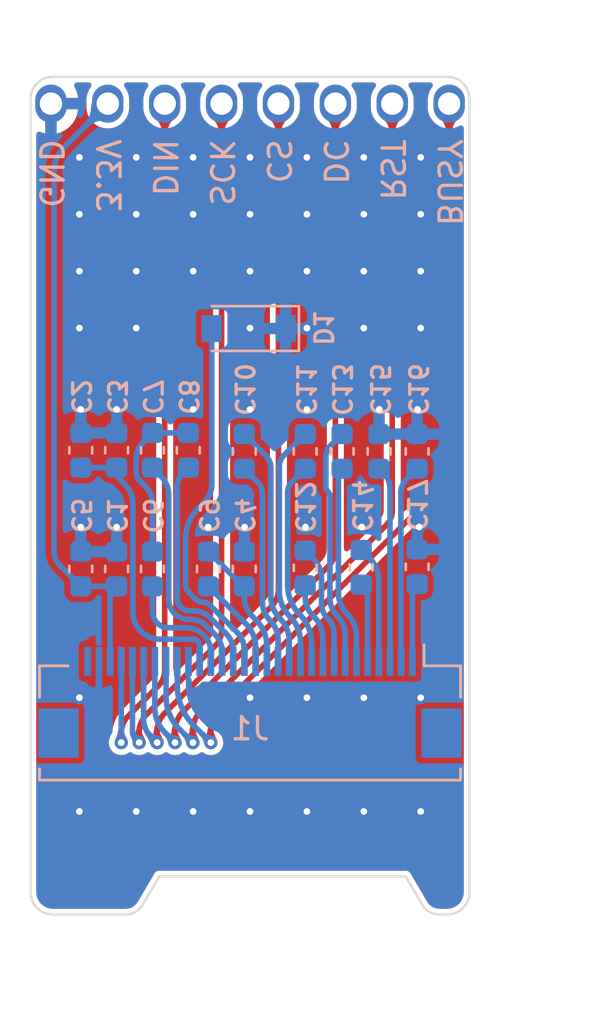
<source format=kicad_pcb>
(kicad_pcb (version 20211014) (generator pcbnew)
  (title_block (title "ALOIDIA Keyboard 1.02 inch e-Paper Display Module PCB") (comment 2 "Author: Vincent Nguyen"))
  (layers (0 "F.Cu" signal) (31 "B.Cu" signal) (34 "B.Paste" user) (35 "F.Paste" user) (36 "B.SilkS" user "B.Silkscreen") (37 "F.SilkS" user "F.Silkscreen") (38 "B.Mask" user) (39 "F.Mask" user) (44 "Edge.Cuts" user))
  (net 0 "")
  (net 1 "GND")
  (net 2 "+3.3V")
  (net 3 "DIN")
  (net 4 "SCK")
  (net 5 "CS")
  (net 6 "DC")
  (net 7 "RST")
  (net 8 "BUSY")
  (net 9 "/VDDD")
  (net 10 "/VGL")
  (net 11 "/VDL")
  (net 12 "/VDH")
  (net 13 "/VGH")
  (net 14 "/C6P")
  (net 15 "/C6N")
  (net 16 "/C5P")
  (net 17 "/C5N")
  (net 18 "/C4P")
  (net 19 "/C4N")
  (net 20 "/C3P")
  (net 21 "/C3N")
  (net 22 "/C2P")
  (net 23 "/C2N")
  (net 24 "/C1P")
  (net 25 "/C1N")
  (net 26 "/VCOML")
  (net 27 "/VCOMH")
  (net 28 "/VCOM")
  (net 29 "Net-(C6-Pad1)")
  (footprint "Capacitor_SMD:C_0603_1608Metric" (layer "B.Cu") (at 162.71232 90.999772 -90)
    (fp_text reference "C14")
    (fp_text value "2.2uF")
  )
  (footprint "Capacitor_SMD:C_0603_1608Metric" (layer "B.Cu") (at 157.49232 85.824772 -90)
    (fp_text reference "C10")
    (fp_text value "1uF")
  )
  (footprint "Diode_SMD:D_SOD-123" (layer "B.Cu") (at 157.6842 80.3402 180)
    (fp_text reference "D1")
    (fp_text value "SS0530_R1_00001")
  )
  (footprint "Capacitor_SMD:C_0603_1608Metric" (layer "B.Cu") (at 154.99232 85.774772 -90)
    (fp_text reference "C8")
    (fp_text value "1uF")
  )
  (footprint "Capacitor_SMD:C_0603_1608Metric" (layer "B.Cu") (at 161.86232 85.824772 90)
    (fp_text reference "C13")
    (fp_text value "1uF")
  )
  (footprint "Capacitor_SMD:C_0603_1608Metric" (layer "B.Cu") (at 151.79232 91.074772 90)
    (fp_text reference "C1")
    (fp_text value "0.1uF")
  )
  (footprint "Capacitor_SMD:C_0603_1608Metric" (layer "B.Cu") (at 155.89232 91.074772 -90)
    (fp_text reference "C9")
    (fp_text value "1uF")
  )
  (footprint "Capacitor_SMD:C_0603_1608Metric" (layer "B.Cu") (at 150.19232 91.074772 90)
    (fp_text reference "C5")
    (fp_text value "4.7uF")
  )
  (footprint "Capacitor_SMD:C_0603_1608Metric" (layer "B.Cu") (at 160.21232 91.024772 -90)
    (fp_text reference "C12")
    (fp_text value "1uF")
  )
  (footprint "Capacitor_SMD:C_0603_1608Metric" (layer "B.Cu") (at 153.39232 85.774772 -90)
    (fp_text reference "C7")
    (fp_text value "1uF")
  )
  (footprint "Capacitor_SMD:C_0603_1608Metric" (layer "B.Cu") (at 160.21232 85.824772 90)
    (fp_text reference "C11")
    (fp_text value "1uF")
  )
  (footprint "Capacitor_SMD:C_0603_1608Metric" (layer "B.Cu") (at 150.19232 85.775088 -90)
    (fp_text reference "C2")
    (fp_text value "0.1uF")
  )
  (footprint "Capacitor_SMD:C_0603_1608Metric" (layer "B.Cu") (at 151.79232 85.775088 -90)
    (fp_text reference "C3")
    (fp_text value "1uF")
  )
  (footprint "Capacitor_SMD:C_0603_1608Metric" (layer "B.Cu") (at 153.39232 91.074772 -90)
    (fp_text reference "C6")
    (fp_text value "1uF")
  )
  (footprint "Capacitor_SMD:C_0603_1608Metric" (layer "B.Cu") (at 157.49232 91.074772 -90)
    (fp_text reference "C4")
    (fp_text value "1uF")
  )
  (footprint "0_various:JUSHUO AFC24-S30FIC-00" (layer "B.Cu") (at 157.75 98.7 180)
    (fp_text reference "J1")
    (fp_text value "FH12-30S-0.5SH(55)")
  )
  (footprint "Capacitor_SMD:C_0603_1608Metric" (layer "B.Cu") (at 165.21232 85.824772 -90)
    (fp_text reference "C16")
    (fp_text value "2.2uF")
  )
  (footprint "Capacitor_SMD:C_0603_1608Metric" (layer "B.Cu") (at 165.21232 90.974772 -90)
    (fp_text reference "C17")
    (fp_text value "1uF")
  )
  (footprint "Capacitor_SMD:C_0603_1608Metric" (layer "B.Cu") (at 163.51232 85.824772 -90)
    (fp_text reference "C15")
    (fp_text value "1uF")
  )
  (footprint "Connector_PinHeader_2.54mm:PinHeader_1x08_P2.54mm_Vertical" (layer "B.Cu") (at 157.75 70.3 -90)
    (fp_text reference "J2" hide)
    (fp_text value "01x08 2.54mm Pin Headers ")
  )
  (gr_arc (start 166.2 106.5) (mid 165.768984 106.38636) (end 165.45 106.075) (layer "Edge.Cuts") (width 0.1))
  (gr_line (start 153.7 104.8) (end 152.95 106.075) (layer "Edge.Cuts") (width 0.1))
  (gr_arc (start 166.55 69.1) (mid 167.257107 69.392893) (end 167.55 70.1) (layer "Edge.Cuts") (width 0.1))
  (gr_arc (start 148.95 106.5) (mid 148.242893 106.207107) (end 147.95 105.5) (layer "Edge.Cuts") (width 0.1))
  (gr_line (start 167.55 70.1) (end 167.55 105.5) (layer "Edge.Cuts") (width 0.1))
  (gr_line (start 166.55 106.5) (end 166.2 106.5) (layer "Edge.Cuts") (width 0.1))
  (gr_line (start 148.95 106.5) (end 152.2 106.5) (layer "Edge.Cuts") (width 0.1))
  (gr_arc (start 152.95 106.075) (mid 152.631019 106.386353) (end 152.2 106.5) (layer "Edge.Cuts") (width 0.1))
  (gr_line (start 153.7 104.8) (end 164.7 104.8) (layer "Edge.Cuts") (width 0.1))
  (gr_arc (start 167.55 105.5) (mid 167.257107 106.207107) (end 166.55 106.5) (layer "Edge.Cuts") (width 0.1))
  (gr_line (start 148.95 69.1) (end 166.55 69.1) (layer "Edge.Cuts") (width 0.1))
  (gr_arc (start 147.95 70.1) (mid 148.242893 69.392893) (end 148.95 69.1) (layer "Edge.Cuts") (width 0.1))
  (gr_line (start 164.7 104.8) (end 165.45 106.075) (layer "Edge.Cuts") (width 0.1))
  (gr_line (start 147.95 105.5) (end 147.95 70.1) (layer "Edge.Cuts") (width 0.1))
  (gr_text "CS" (at 159.02 71.8 270) (layer "B.SilkS") (effects (font (size 1 1)) (justify right mirror)))
  (gr_text "GND" (at 148.86 71.8 270) (layer "B.SilkS") (effects (font (size 1 1)) (justify right mirror)))
  (gr_text "SCK" (at 156.48 71.8 270) (layer "B.SilkS") (effects (font (size 1 1)) (justify right mirror)))
  (gr_text "3.3V" (at 151.4 71.8 270) (layer "B.SilkS") (effects (font (size 1 1)) (justify right mirror)))
  (gr_text "DC" (at 161.56 71.8 270) (layer "B.SilkS") (effects (font (size 1 1)) (justify right mirror)))
  (gr_text "DIN" (at 153.94 71.8 270) (layer "B.SilkS") (effects (font (size 1 1)) (justify right mirror)))
  (gr_text "BUSY" (at 166.64 71.8 270) (layer "B.SilkS") (effects (font (size 1 1)) (justify right mirror)))
  (gr_text "RST" (at 164.1 71.8 270) (layer "B.SilkS") (effects (font (size 1 1)) (justify right mirror)))
  (via (at 162.83 77.78) (size 0.6) (drill 0.3) (layers "F.Cu" "B.Cu") (net 1))
  (via (at 162.83 75.24) (size 0.6) (drill 0.3) (layers "F.Cu" "B.Cu") (net 1))
  (via (at 165.37 77.78) (size 0.6) (drill 0.3) (layers "F.Cu" "B.Cu") (net 1))
  (via (at 150.13 72.7) (size 0.6) (drill 0.3) (layers "F.Cu" "B.Cu") (net 1))
  (via (at 165.37 72.7) (size 0.6) (drill 0.3) (layers "F.Cu" "B.Cu") (net 1))
  (via (at 162.7378 89.2) (size 0.6) (drill 0.3) (layers "F.Cu" "B.Cu") (net 1))
  (via (at 160.29 80.32) (size 0.6) (drill 0.3) (layers "F.Cu" "B.Cu") (net 1))
  (via (at 162.83 101.9) (size 0.6) (drill 0.3) (layers "F.Cu" "B.Cu") (net 1))
  (via (at 157.75 75.24) (size 0.6) (drill 0.3) (layers "F.Cu" "B.Cu") (net 1))
  (via (at 152.67 101.9) (size 0.6) (drill 0.3) (layers "F.Cu" "B.Cu") (net 1))
  (via (at 150.1902 89.2048) (size 0.6) (drill 0.3) (layers "F.Cu" "B.Cu") (net 1))
  (via (at 160.2232 89.2048) (size 0.6) (drill 0.3) (layers "F.Cu" "B.Cu") (net 1))
  (via (at 162.83 80.32) (size 0.6) (drill 0.3) (layers "F.Cu" "B.Cu") (net 1))
  (via (at 152.67 80.32) (size 0.6) (drill 0.3) (layers "F.Cu" "B.Cu") (net 1))
  (via (at 155.21 75.24) (size 0.6) (drill 0.3) (layers "F.Cu" "B.Cu") (net 1))
  (via (at 165.37 96.82) (size 0.6) (drill 0.3) (layers "F.Cu" "B.Cu") (net 1))
  (via (at 165.227 83.95) (size 0.6) (drill 0.3) (layers "F.Cu" "B.Cu") (net 1))
  (via (at 165.37 75.24) (size 0.6) (drill 0.3) (layers "F.Cu" "B.Cu") (net 1))
  (via (at 152.67 77.78) (size 0.6) (drill 0.3) (layers "F.Cu" "B.Cu") (net 1))
  (via (at 160.29 83.95) (size 0.6) (drill 0.3) (layers "F.Cu" "B.Cu") (net 1))
  (via (at 160.29 101.9) (size 0.6) (drill 0.3) (layers "F.Cu" "B.Cu") (net 1))
  (via (at 157.75 77.78) (size 0.6) (drill 0.3) (layers "F.Cu" "B.Cu") (net 1))
  (via (at 152.67 72.7) (size 0.6) (drill 0.3) (layers "F.Cu" "B.Cu") (net 1))
  (via (at 155.8798 89.2048) (size 0.6) (drill 0.3) (layers "F.Cu" "B.Cu") (net 1))
  (via (at 155.21 77.78) (size 0.6) (drill 0.3) (layers "F.Cu" "B.Cu") (net 1))
  (via (at 157.75 83.95) (size 0.6) (drill 0.3) (layers "F.Cu" "B.Cu") (net 1))
  (via (at 162.83 72.7) (size 0.6) (drill 0.3) (layers "F.Cu" "B.Cu") (net 1))
  (via (at 163.5252 83.947) (size 0.6) (drill 0.3) (layers "F.Cu" "B.Cu") (net 1))
  (via (at 155.21 72.7) (size 0.6) (drill 0.3) (layers "F.Cu" "B.Cu") (net 1))
  (via (at 150.1902 83.95) (size 0.6) (drill 0.3) (layers "F.Cu" "B.Cu") (net 1))
  (via (at 157.75 101.9) (size 0.6) (drill 0.3) (layers "F.Cu" "B.Cu") (net 1))
  (via (at 155.21 83.95) (size 0.6) (drill 0.3) (layers "F.Cu" "B.Cu") (net 1))
  (via (at 165.37 80.32) (size 0.6) (drill 0.3) (layers "F.Cu" "B.Cu") (net 1))
  (via (at 150.13 75.24) (size 0.6) (drill 0.3) (layers "F.Cu" "B.Cu") (net 1))
  (via (at 157.5054 89.2048) (size 0.6) (drill 0.3) (layers "F.Cu" "B.Cu") (net 1))
  (via (at 150.13 80.32) (size 0.6) (drill 0.3) (layers "F.Cu" "B.Cu") (net 1))
  (via (at 155.21 101.9) (size 0.6) (drill 0.3) (layers "F.Cu" "B.Cu") (net 1))
  (via (at 150.13 96.82) (size 0.6) (drill 0.3) (layers "F.Cu" "B.Cu") (net 1))
  (via (at 162.83 96.82) (size 0.6) (drill 0.3) (layers "F.Cu" "B.Cu") (net 1))
  (via (at 165.3032 89.2) (size 0.6) (drill 0.3) (layers "F.Cu" "B.Cu") (net 1))
  (via (at 160.29 75.24) (size 0.6) (drill 0.3) (layers "F.Cu" "B.Cu") (net 1))
  (via (at 151.7904 89.2048) (size 0.6) (drill 0.3) (layers "F.Cu" "B.Cu") (net 1))
  (via (at 157.75 96.82) (size 0.6) (drill 0.3) (layers "F.Cu" "B.Cu") (net 1))
  (via (at 152.67 75.24) (size 0.6) (drill 0.3) (layers "F.Cu" "B.Cu") (net 1))
  (via (at 150.13 101.9) (size 0.6) (drill 0.3) (layers "F.Cu" "B.Cu") (net 1))
  (via (at 160.29 96.82) (size 0.6) (drill 0.3) (layers "F.Cu" "B.Cu") (net 1))
  (via (at 151.7904 83.947) (size 0.6) (drill 0.3) (layers "F.Cu" "B.Cu") (net 1))
  (via (at 165.37 101.9) (size 0.6) (drill 0.3) (layers "F.Cu" "B.Cu") (net 1))
  (via (at 157.75 72.7) (size 0.6) (drill 0.3) (layers "F.Cu" "B.Cu") (net 1))
  (via (at 150.13 77.78) (size 0.6) (drill 0.3) (layers "F.Cu" "B.Cu") (net 1))
  (via (at 160.29 72.7) (size 0.6) (drill 0.3) (layers "F.Cu" "B.Cu") (net 1))
  (via (at 160.29 77.78) (size 0.6) (drill 0.3) (layers "F.Cu" "B.Cu") (net 1))
  (via (at 157.75 80.32) (size 0.6) (drill 0.3) (layers "F.Cu" "B.Cu") (net 1))
  (segment (start 155 96.0466) (end 155.0162 96.0628) (width 0.2) (layer "B.Cu") (net 1))
  (segment (start 155 95.2) (end 155 96.0466) (width 0.2) (layer "B.Cu") (net 1))
  (segment (start 151 95.2) (end 151 96.1614) (width 0.25) (layer "B.Cu") (net 1))
  (segment (start 149 90.283282) (end 149 73.279064) (width 0.25) (layer "B.Cu") (net 2))
  (segment (start 149.40946 72.29054) (end 151.4 70.3) (width 0.25) (layer "B.Cu") (net 2))
  (segment (start 151.585618 91.849772) (end 150.19232 91.849772) (width 0.25) (layer "B.Cu") (net 2))
  (segment (start 151.5 92.348793) (end 151.5 95.2) (width 0.25) (layer "B.Cu") (net 2))
  (segment (start 149.264578 90.92203) (end 150.19232 91.849772) (width 0.25) (layer "B.Cu") (net 2))
  (arc (start 151.64616 91.995932) (mid 151.664719 91.902625) (end 151.585618 91.849772) (width 0.25) (layer "B.Cu") (net 2))
  (arc (start 149 90.283282) (mid 149.068762 90.62897) (end 149.264578 90.92203) (width 0.25) (layer "B.Cu") (net 2))
  (arc (start 149.40946 72.29054) (mid 149.106415 72.744079) (end 149 73.279064) (width 0.25) (layer "B.Cu") (net 2))
  (arc (start 151.64616 91.995932) (mid 151.537985 92.157826) (end 151.5 92.348793) (width 0.25) (layer "B.Cu") (net 2))
  (segment (start 152 98.3875) (end 152 98.825) (width 0.25) (layer "F.Cu") (net 3))
  (segment (start 152.309359 97.64064) (end 153.650136 96.299864) (width 0.25) (layer "F.Cu") (net 3))
  (segment (start 153.94 95.600072) (end 153.94 70.3) (width 0.25) (layer "F.Cu") (net 3))
  (via (at 152 98.825) (size 0.6) (drill 0.3) (layers "F.Cu" "B.Cu") (net 3))
  (arc (start 153.94 95.600072) (mid 153.864667 95.978797) (end 153.650136 96.299864) (width 0.25) (layer "F.Cu") (net 3))
  (arc (start 152.309359 97.64064) (mid 152.080399 97.983302) (end 152 98.3875) (width 0.25) (layer "F.Cu") (net 3))
  (segment (start 152 98.825) (end 152 95.2) (width 0.25) (layer "B.Cu") (net 3))
  (segment (start 152.8 98.825) (end 152.8 98.3625) (width 0.25) (layer "F.Cu") (net 4))
  (segment (start 156.203627 94.49637) (end 153.127036 97.572963) (width 0.25) (layer "F.Cu") (net 4))
  (segment (start 156.48 93.829146) (end 156.48 70.3) (width 0.25) (layer "F.Cu") (net 4))
  (via (at 152.8 98.825) (size 0.6) (drill 0.3) (layers "F.Cu" "B.Cu") (net 4))
  (arc (start 156.48 93.829146) (mid 156.408173 94.190245) (end 156.203627 94.49637) (width 0.25) (layer "F.Cu") (net 4))
  (arc (start 153.127036 97.572963) (mid 152.884993 97.935205) (end 152.8 98.3625) (width 0.25) (layer "F.Cu") (net 4))
  (segment (start 152.5 98.312867) (end 152.5 95.2) (width 0.25) (layer "B.Cu") (net 4))
  (segment (start 152.65 98.675) (end 152.8 98.825) (width 0.25) (layer "B.Cu") (net 4))
  (arc (start 152.5 98.312867) (mid 152.538983 98.508852) (end 152.65 98.675) (width 0.25) (layer "B.Cu") (net 4))
  (segment (start 153.6 98.825) (end 153.6 98.3375) (width 0.25) (layer "F.Cu") (net 5))
  (segment (start 159.02 91.96487) (end 159.02 70.3) (width 0.25) (layer "F.Cu") (net 5))
  (segment (start 158.691104 92.758895) (end 153.944714 97.505285) (width 0.25) (layer "F.Cu") (net 5))
  (via (at 153.6 98.825) (size 0.6) (drill 0.3) (layers "F.Cu" "B.Cu") (net 5))
  (arc (start 159.02 91.96487) (mid 158.934523 92.394593) (end 158.691104 92.758895) (width 0.25) (layer "F.Cu") (net 5))
  (arc (start 153.944714 97.505285) (mid 153.689588 97.887108) (end 153.6 98.3375) (width 0.25) (layer "F.Cu") (net 5))
  (segment (start 153 97.800735) (end 153 95.2) (width 0.25) (layer "B.Cu") (net 5))
  (segment (start 153.6 98.825) (end 153.3 98.525) (width 0.25) (layer "B.Cu") (net 5))
  (arc (start 153 97.800735) (mid 153.077967 98.192704) (end 153.3 98.525) (width 0.25) (layer "B.Cu") (net 5))
  (segment (start 154.762392 97.437607) (end 161.237036 90.962963) (width 0.25) (layer "F.Cu") (net 6))
  (segment (start 154.4 98.3125) (end 154.4 98.825) (width 0.25) (layer "F.Cu") (net 6))
  (segment (start 161.56 90.183259) (end 161.56 70.3) (width 0.25) (layer "F.Cu") (net 6))
  (via (at 154.4 98.825) (size 0.6) (drill 0.3) (layers "F.Cu" "B.Cu") (net 6))
  (arc (start 154.762392 97.437607) (mid 154.494182 97.839011) (end 154.4 98.3125) (width 0.25) (layer "F.Cu") (net 6))
  (arc (start 161.56 90.183259) (mid 161.476064 90.605232) (end 161.237036 90.962963) (width 0.25) (layer "F.Cu") (net 6))
  (segment (start 153.95 98.375) (end 154.4 98.825) (width 0.25) (layer "B.Cu") (net 6))
  (segment (start 153.5 97.288603) (end 153.5 95.2) (width 0.25) (layer "B.Cu") (net 6))
  (arc (start 153.5 97.288603) (mid 153.616951 97.876556) (end 153.95 98.375) (width 0.25) (layer "B.Cu") (net 6))
  (segment (start 155.580069 97.36993) (end 163.821141 89.128858) (width 0.25) (layer "F.Cu") (net 7))
  (segment (start 164.1 88.455633) (end 164.1 70.3) (width 0.25) (layer "F.Cu") (net 7))
  (segment (start 155.2 98.825) (end 155.2 98.2875) (width 0.25) (layer "F.Cu") (net 7))
  (via (at 155.2 98.825) (size 0.6) (drill 0.3) (layers "F.Cu" "B.Cu") (net 7))
  (arc (start 155.580069 97.36993) (mid 155.298776 97.790914) (end 155.2 98.2875) (width 0.25) (layer "F.Cu") (net 7))
  (arc (start 164.1 88.455633) (mid 164.027527 88.81998) (end 163.821141 89.128858) (width 0.25) (layer "F.Cu") (net 7))
  (segment (start 155.2 98.825) (end 154.6 98.225) (width 0.25) (layer "B.Cu") (net 7))
  (segment (start 154 96.776471) (end 154 95.2) (width 0.25) (layer "B.Cu") (net 7))
  (arc (start 154 96.776471) (mid 154.155934 97.560409) (end 154.6 98.225) (width 0.25) (layer "B.Cu") (net 7))
  (segment (start 156 98.825) (end 156 98.2625) (width 0.25) (layer "F.Cu") (net 8))
  (segment (start 166.336291 87.363708) (end 156.397747 97.302252) (width 0.25) (layer "F.Cu") (net 8))
  (segment (start 166.64 86.630489) (end 166.64 70.3) (width 0.25) (layer "F.Cu") (net 8))
  (via (at 156 98.825) (size 0.6) (drill 0.3) (layers "F.Cu" "B.Cu") (net 8))
  (arc (start 156.397747 97.302252) (mid 156.103371 97.742817) (end 156 98.2625) (width 0.25) (layer "F.Cu") (net 8))
  (arc (start 166.64 86.630489) (mid 166.561069 87.027304) (end 166.336291 87.363708) (width 0.25) (layer "F.Cu") (net 8))
  (segment (start 154.5 96.264339) (end 154.5 95.2) (width 0.25) (layer "B.Cu") (net 8))
  (segment (start 155.25 98.075) (end 156 98.825) (width 0.25) (layer "B.Cu") (net 8))
  (arc (start 154.5 96.264339) (mid 154.694918 97.244261) (end 155.25 98.075) (width 0.25) (layer "B.Cu") (net 8))
  (segment (start 153.72595 94.2086) (end 155.20846 94.2086) (width 0.25) (layer "B.Cu") (net 9))
  (segment (start 155.5 94.500139) (end 155.5 95.2) (width 0.25) (layer "B.Cu") (net 9))
  (segment (start 151.604978 86.550088) (end 150.19232 86.550088) (width 0.25) (layer "B.Cu") (net 9))
  (segment (start 152.51932 88.165838) (end 152.51932 93.001969) (width 0.25) (layer "B.Cu") (net 9))
  (segment (start 152.15582 87.288272) (end 151.92479 87.057242) (width 0.25) (layer "B.Cu") (net 9))
  (arc (start 155.41461 94.29399) (mid 155.320027 94.230792) (end 155.20846 94.2086) (width 0.25) (layer "B.Cu") (net 9))
  (arc (start 151.79232 86.73743) (mid 151.737448 86.604959) (end 151.604978 86.550088) (width 0.25) (layer "B.Cu") (net 9))
  (arc (start 152.872734 93.855186) (mid 153.264193 94.11675) (end 153.72595 94.2086) (width 0.25) (layer "B.Cu") (net 9))
  (arc (start 151.79232 86.73743) (mid 151.826747 86.910511) (end 151.92479 87.057242) (width 0.25) (layer "B.Cu") (net 9))
  (arc (start 152.15582 87.288272) (mid 152.424849 87.690902) (end 152.51932 88.165838) (width 0.25) (layer "B.Cu") (net 9))
  (arc (start 155.41461 94.29399) (mid 155.477807 94.388572) (end 155.5 94.500139) (width 0.25) (layer "B.Cu") (net 9))
  (arc (start 152.51932 93.001969) (mid 152.611169 93.463726) (end 152.872734 93.855186) (width 0.25) (layer "B.Cu") (net 9))
  (segment (start 157.15792 93.890372) (end 155.951754 92.684206) (width 0.25) (layer "B.Cu") (net 10))
  (segment (start 155.035469 92.142501) (end 155.312305 92.419337) (width 0.25) (layer "B.Cu") (net 10))
  (segment (start 154.87332 91.751038) (end 154.87332 89.751379) (width 0.25) (layer "B.Cu") (net 10))
  (segment (start 156.04232 87.292053) (end 156.04232 80.574772) (width 0.25) (layer "B.Cu") (net 10))
  (segment (start 155.45782 88.340272) (end 155.714441 88.083642) (width 0.25) (layer "B.Cu") (net 10))
  (segment (start 157.5 94.716226) (end 157.5 95.2) (width 0.25) (layer "B.Cu") (net 10))
  (arc (start 155.951754 92.684206) (mid 155.805063 92.58619) (end 155.63203 92.551772) (width 0.25) (layer "B.Cu") (net 10))
  (arc (start 157.15792 93.890372) (mid 157.411096 94.269277) (end 157.5 94.716226) (width 0.25) (layer "B.Cu") (net 10))
  (arc (start 155.312305 92.419337) (mid 155.458996 92.517353) (end 155.63203 92.551772) (width 0.25) (layer "B.Cu") (net 10))
  (arc (start 154.87332 91.751038) (mid 154.915461 91.962896) (end 155.035469 92.142501) (width 0.25) (layer "B.Cu") (net 10))
  (arc (start 155.45782 88.340272) (mid 155.025226 88.987693) (end 154.87332 89.751379) (width 0.25) (layer "B.Cu") (net 10))
  (arc (start 156.04232 87.292053) (mid 155.957107 87.720456) (end 155.714441 88.083642) (width 0.25) (layer "B.Cu") (net 10))
  (segment (start 154.893026 93.697772) (end 154.114426 93.697772) (width 0.25) (layer "B.Cu") (net 11))
  (segment (start 156 94.773111) (end 156 95.2) (width 0.25) (layer "B.Cu") (net 11))
  (segment (start 153.39232 92.975665) (end 153.39232 91.849772) (width 0.25) (layer "B.Cu") (net 11))
  (segment (start 155.698143 94.044365) (end 155.675775 94.021997) (width 0.25) (layer "B.Cu") (net 11))
  (arc (start 153.60382 93.486272) (mid 153.838088 93.642804) (end 154.114426 93.697772) (width 0.25) (layer "B.Cu") (net 11))
  (arc (start 155.698143 94.044365) (mid 155.921549 94.378716) (end 156 94.773111) (width 0.25) (layer "B.Cu") (net 11))
  (arc (start 153.39232 92.975665) (mid 153.447287 93.252003) (end 153.60382 93.486272) (width 0.25) (layer "B.Cu") (net 11))
  (arc (start 155.675775 94.021997) (mid 155.316646 93.782035) (end 154.893026 93.697772) (width 0.25) (layer "B.Cu") (net 11))
  (segment (start 156.5 94.756532) (end 156.5 95.2) (width 0.25) (layer "B.Cu") (net 12))
  (segment (start 154.11932 92.434783) (end 154.11932 87.790838) (width 0.25) (layer "B.Cu") (net 12))
  (segment (start 153.75582 86.913272) (end 153.39232 86.549772) (width 0.25) (layer "B.Cu") (net 12))
  (segment (start 155.005308 93.320772) (end 155.073014 93.320772) (width 0.25) (layer "B.Cu") (net 12))
  (segment (start 156.18642 93.999484) (end 155.815084 93.628147) (width 0.25) (layer "B.Cu") (net 12))
  (arc (start 156.18642 93.999484) (mid 156.418503 94.34682) (end 156.5 94.756532) (width 0.25) (layer "B.Cu") (net 12))
  (arc (start 155.815084 93.628147) (mid 155.474619 93.400656) (end 155.073014 93.320772) (width 0.25) (layer "B.Cu") (net 12))
  (arc (start 154.37882 93.061272) (mid 154.666255 93.25333) (end 155.005308 93.320772) (width 0.25) (layer "B.Cu") (net 12))
  (arc (start 154.11932 92.434783) (mid 154.186761 92.773836) (end 154.37882 93.061272) (width 0.25) (layer "B.Cu") (net 12))
  (arc (start 153.75582 86.913272) (mid 154.024849 87.315902) (end 154.11932 87.790838) (width 0.25) (layer "B.Cu") (net 12))
  (segment (start 154.49632 87.396496) (end 154.49632 92.406033) (width 0.25) (layer "B.Cu") (net 13))
  (segment (start 154.74432 86.797772) (end 154.99232 86.549772) (width 0.25) (layer "B.Cu") (net 13))
  (segment (start 155.237594 92.943772) (end 155.034058 92.943772) (width 0.25) (layer "B.Cu") (net 13))
  (segment (start 157 94.739953) (end 157 95.2) (width 0.25) (layer "B.Cu") (net 13))
  (segment (start 156.674697 93.954603) (end 155.965289 93.245193) (width 0.25) (layer "B.Cu") (net 13))
  (arc (start 155.965289 93.245193) (mid 155.631419 93.022108) (end 155.237594 92.943772) (width 0.25) (layer "B.Cu") (net 13))
  (arc (start 154.65382 92.786272) (mid 154.828274 92.902839) (end 155.034058 92.943772) (width 0.25) (layer "B.Cu") (net 13))
  (arc (start 156.674697 93.954603) (mid 156.915456 94.314924) (end 157 94.739953) (width 0.25) (layer "B.Cu") (net 13))
  (arc (start 154.74432 86.797772) (mid 154.560773 87.072469) (end 154.49632 87.396496) (width 0.25) (layer "B.Cu") (net 13))
  (arc (start 154.49632 92.406033) (mid 154.537252 92.611816) (end 154.65382 92.786272) (width 0.25) (layer "B.Cu") (net 13))
  (segment (start 158.5 94.516226) (end 158.5 95.2) (width 0.25) (layer "B.Cu") (net 14))
  (segment (start 157.49232 91.874772) (end 157.49232 92.337272) (width 0.25) (layer "B.Cu") (net 14))
  (segment (start 157.424642 91.832094) (end 155.89232 90.299772) (width 0.25) (layer "B.Cu") (net 14))
  (segment (start 158.016498 93.34895) (end 157.837034 93.169486) (width 0.25) (layer "B.Cu") (net 14))
  (arc (start 157.49232 92.337272) (mid 157.581908 92.787663) (end 157.837034 93.169486) (width 0.25) (layer "B.Cu") (net 14))
  (arc (start 158.016498 93.34895) (mid 158.374341 93.8845) (end 158.5 94.516226) (width 0.25) (layer "B.Cu") (net 14))
  (arc (start 157.424642 91.832094) (mid 157.444222 91.845177) (end 157.46732 91.849772) (width 0.25) (layer "B.Cu") (net 14))
  (arc (start 157.49232 91.874772) (mid 157.484997 91.857094) (end 157.46732 91.849772) (width 0.25) (layer "B.Cu") (net 14))
  (segment (start 158 94.578726) (end 158 95.2) (width 0.25) (layer "B.Cu") (net 15))
  (segment (start 157.560692 93.518144) (end 155.89232 91.849772) (width 0.25) (layer "B.Cu") (net 15))
  (arc (start 157.560692 93.518144) (mid 157.885827 94.004743) (end 158 94.578726) (width 0.25) (layer "B.Cu") (net 15))
  (segment (start 158.441591 85.999043) (end 157.49232 85.049772) (width 0.25) (layer "B.Cu") (net 16))
  (segment (start 158.679 92.297759) (end 158.679 86.572199) (width 0.25) (layer "B.Cu") (net 16))
  (segment (start 159.5 94.279828) (end 159.5 95.2) (width 0.25) (layer "B.Cu") (net 16))
  (arc (start 158.441591 85.999043) (mid 158.617299 86.262009) (end 158.679 86.572199) (width 0.25) (layer "B.Cu") (net 16))
  (arc (start 159.0895 93.288794) (mid 159.393314 93.743484) (end 159.5 94.279828) (width 0.25) (layer "B.Cu") (net 16))
  (arc (start 158.679 92.297759) (mid 158.785685 92.834103) (end 159.0895 93.288794) (width 0.25) (layer "B.Cu") (net 16))
  (segment (start 158.302 87.71195) (end 158.302 92.540891) (width 0.25) (layer "B.Cu") (net 17))
  (segment (start 159 94.226012) (end 159 95.2) (width 0.25) (layer "B.Cu") (net 17))
  (segment (start 158.088102 87.195554) (end 157.49232 86.599772) (width 0.25) (layer "B.Cu") (net 17))
  (arc (start 158.088102 87.195554) (mid 158.24641 87.432478) (end 158.302 87.71195) (width 0.25) (layer "B.Cu") (net 17))
  (arc (start 158.302 92.540891) (mid 158.392702 92.996881) (end 158.651 93.383452) (width 0.25) (layer "B.Cu") (net 17))
  (arc (start 158.651 93.383452) (mid 158.909297 93.770021) (end 159 94.226012) (width 0.25) (layer "B.Cu") (net 17))
  (segment (start 159.433 87.636968) (end 159.433 91.811495) (width 0.25) (layer "B.Cu") (net 18))
  (segment (start 160.5 94.38746) (end 160.5 95.2) (width 0.25) (layer "B.Cu") (net 18))
  (segment (start 159.615346 87.196746) (end 160.21232 86.599772) (width 0.25) (layer "B.Cu") (net 18))
  (arc (start 159.9665 93.099478) (mid 160.361347 93.690409) (end 160.5 94.38746) (width 0.25) (layer "B.Cu") (net 18))
  (arc (start 159.615346 87.196746) (mid 159.48039 87.398722) (end 159.433 87.636968) (width 0.25) (layer "B.Cu") (net 18))
  (arc (start 159.433 91.811495) (mid 159.571652 92.508546) (end 159.9665 93.099478) (width 0.25) (layer "B.Cu") (net 18))
  (segment (start 160 94.333644) (end 160 95.2) (width 0.25) (layer "B.Cu") (net 19))
  (segment (start 159.056 92.054627) (end 159.056 86.511479) (width 0.25) (layer "B.Cu") (net 19))
  (segment (start 159.271941 85.990151) (end 160.21232 85.049772) (width 0.25) (layer "B.Cu") (net 19))
  (arc (start 159.271941 85.990151) (mid 159.112121 86.229338) (end 159.056 86.511479) (width 0.25) (layer "B.Cu") (net 19))
  (arc (start 159.056 92.054627) (mid 159.178668 92.671324) (end 159.528 93.194136) (width 0.25) (layer "B.Cu") (net 19))
  (arc (start 159.528 93.194136) (mid 159.877331 93.716946) (end 160 94.333644) (width 0.25) (layer "B.Cu") (net 19))
  (segment (start 161.5 93.961001) (end 161.5 95.2) (width 0.25) (layer "B.Cu") (net 20))
  (segment (start 160.94232 92.614642) (end 160.94232 91.495959) (width 0.25) (layer "B.Cu") (net 20))
  (segment (start 160.57732 90.614772) (end 160.21232 90.249772) (width 0.25) (layer "B.Cu") (net 20))
  (arc (start 160.57732 90.614772) (mid 160.847459 91.019064) (end 160.94232 91.495959) (width 0.25) (layer "B.Cu") (net 20))
  (arc (start 160.94232 92.614642) (mid 161.014788 92.978964) (end 161.22116 93.287822) (width 0.25) (layer "B.Cu") (net 20))
  (arc (start 161.22116 93.287822) (mid 161.427531 93.596679) (end 161.5 93.961001) (width 0.25) (layer "B.Cu") (net 20))
  (segment (start 160.570246 93.170066) (end 160.60616 93.20598) (width 0.25) (layer "B.Cu") (net 21))
  (segment (start 161 94.156793) (end 161 95.2) (width 0.25) (layer "B.Cu") (net 21))
  (segment (start 160.21232 92.305956) (end 160.21232 91.799772) (width 0.25) (layer "B.Cu") (net 21))
  (arc (start 160.60616 93.20598) (mid 160.897644 93.642216) (end 161 94.156793) (width 0.25) (layer "B.Cu") (net 21))
  (arc (start 160.21232 92.305956) (mid 160.305341 92.773609) (end 160.570246 93.170066) (width 0.25) (layer "B.Cu") (net 21))
  (segment (start 161.77932 86.682772) (end 161.86232 86.599772) (width 0.25) (layer "B.Cu") (net 22))
  (segment (start 161.69632 86.883151) (end 161.69632 92.127326) (width 0.25) (layer "B.Cu") (net 22))
  (segment (start 162.5 94.067581) (end 162.5 95.2) (width 0.25) (layer "B.Cu") (net 22))
  (arc (start 161.69632 92.127326) (mid 161.800754 92.652355) (end 162.09816 93.097454) (width 0.25) (layer "B.Cu") (net 22))
  (arc (start 161.77932 86.682772) (mid 161.71789 86.774706) (end 161.69632 86.883151) (width 0.25) (layer "B.Cu") (net 22))
  (arc (start 162.09816 93.097454) (mid 162.395565 93.542552) (end 162.5 94.067581) (width 0.25) (layer "B.Cu") (net 22))
  (segment (start 161.13532 86.070994) (end 161.13532 87.392244) (width 0.25) (layer "B.Cu") (net 23))
  (segment (start 161.31932 92.370458) (end 161.31932 87.836459) (width 0.25) (layer "B.Cu") (net 23))
  (segment (start 162 94.013765) (end 162 95.2) (width 0.25) (layer "B.Cu") (net 23))
  (segment (start 161.343366 85.568726) (end 161.86232 85.049772) (width 0.25) (layer "B.Cu") (net 23))
  (arc (start 161.65966 93.192112) (mid 161.911548 93.569089) (end 162 94.013765) (width 0.25) (layer "B.Cu") (net 23))
  (arc (start 161.343366 85.568726) (mid 161.189389 85.799169) (end 161.13532 86.070994) (width 0.25) (layer "B.Cu") (net 23))
  (arc (start 161.22732 87.614352) (mid 161.295409 87.716255) (end 161.31932 87.836459) (width 0.25) (layer "B.Cu") (net 23))
  (arc (start 161.13532 87.392244) (mid 161.15923 87.512448) (end 161.22732 87.614352) (width 0.25) (layer "B.Cu") (net 23))
  (arc (start 161.31932 92.370458) (mid 161.407771 92.815134) (end 161.65966 93.192112) (width 0.25) (layer "B.Cu") (net 23))
  (segment (start 163.10616 90.618612) (end 162.71232 90.224772) (width 0.25) (layer "B.Cu") (net 24))
  (segment (start 163.5 91.569425) (end 163.5 95.2) (width 0.25) (layer "B.Cu") (net 24))
  (arc (start 163.10616 90.618612) (mid 163.397644 91.054848) (end 163.5 91.569425) (width 0.25) (layer "B.Cu") (net 24))
  (segment (start 163 92.062452) (end 162.71232 91.774772) (width 0.25) (layer "B.Cu") (net 25))
  (segment (start 163 95.2) (end 163 92.062452) (width 0.25) (layer "B.Cu") (net 25))
  (segment (start 163.72475 86.812202) (end 163.51232 86.599772) (width 0.25) (layer "B.Cu") (net 26))
  (segment (start 164 87.476714) (end 164 95.2) (width 0.25) (layer "B.Cu") (net 26))
  (arc (start 163.72475 86.812202) (mid 163.928465 87.117083) (end 164 87.476714) (width 0.25) (layer "B.Cu") (net 26))
  (segment (start 164.722975 87.089117) (end 165.21232 86.599772) (width 0.25) (layer "B.Cu") (net 27))
  (segment (start 164.49266 95.19266) (end 164.5 95.2) (width 0.25) (layer "B.Cu") (net 27))
  (segment (start 164.48532 87.662867) (end 164.48532 95.174939) (width 0.25) (layer "B.Cu") (net 27))
  (arc (start 164.48532 95.174939) (mid 164.487227 95.184529) (end 164.49266 95.19266) (width 0.25) (layer "B.Cu") (net 27))
  (arc (start 164.722975 87.089117) (mid 164.547085 87.352356) (end 164.48532 87.662867) (width 0.25) (layer "B.Cu") (net 27))
  (segment (start 165 92.112224) (end 165 95.2) (width 0.25) (layer "B.Cu") (net 28))
  (segment (start 165.10616 91.855932) (end 165.21232 91.749772) (width 0.25) (layer "B.Cu") (net 28))
  (arc (start 165.10616 91.855932) (mid 165.02759 91.973519) (end 165 92.112224) (width 0.25) (layer "B.Cu") (net 28))
  (segment (start 153.085864 87.392898) (end 152.794403 87.101428) (width 0.25) (layer "B.Cu") (net 29))
  (segment (start 153.02882 85.363272) (end 152.990357 85.401737) (width 0.25) (layer "B.Cu") (net 29))
  (segment (start 152.66532 86.789787) (end 152.66532 86.186478) (width 0.25) (layer "B.Cu") (net 29))
  (segment (start 153.39232 88.132763) (end 153.39232 90.299772) (width 0.25) (layer "B.Cu") (net 29))
  (segment (start 153.906386 84.999772) (end 154.99232 84.999772) (width 0.25) (layer "B.Cu") (net 29))
  (arc (start 153.085864 87.392898) (mid 153.312675 87.732352) (end 153.39232 88.132763) (width 0.25) (layer "B.Cu") (net 29))
  (arc (start 153.906386 84.999772) (mid 153.43145 85.094242) (end 153.02882 85.363272) (width 0.25) (layer "B.Cu") (net 29))
  (arc (start 152.990357 85.401737) (mid 152.749794 85.761782) (end 152.66532 86.186478) (width 0.25) (layer "B.Cu") (net 29))
  (arc (start 152.66532 86.789787) (mid 152.698868 86.958445) (end 152.794403 87.101428) (width 0.25) (layer "B.Cu") (net 29))
  (zone (net 4) (net_name "SCK") (layer "F.Cu") (priority 16962) (connect_pads yes (clearance 0)) (min_thickness 0.0254) (fill yes (thermal_gap 0.508) (thermal_bridge_width 0.508))
    (polygon (pts (xy 152.719551 98.032915) (xy 152.695409 98.125093) (xy 152.676701 98.204414) (xy 152.66182 98.27353) (xy 152.649161 98.335091) (xy 152.637121 98.391747) (xy 152.624092 98.446149) (xy 152.608471 98.500948) (xy 152.588652 98.558795) (xy 152.56303 98.62234) (xy 152.53 98.694234) (xy 152.8 98.975) (xy 153.07 98.694234) (xy 153.038223 98.630639) (xy 153.008964 98.57374) (xy 152.983015 98.521369) (xy 152.961168 98.471355) (xy 152.944216 98.421528) (xy 152.932949 98.36972) (xy 152.92816 98.31376) (xy 152.930641 98.251479) (xy 152.941184 98.180708) (xy 152.960581 98.099277)))
  )
  (zone (net 4) (net_name "SCK") (layer "F.Cu") (priority 16962) (connect_pads yes (clearance 0)) (min_thickness 0.0254) (fill yes (thermal_gap 0.508) (thermal_bridge_width 0.508))
    (polygon (pts (xy 156.605 71.69) (xy 156.612955 71.526999) (xy 156.63553 71.392816) (xy 156.670788 71.281189) (xy 156.716792 71.185851) (xy 156.771604 71.10054) (xy 156.833288 71.01899) (xy 156.899907 70.934937) (xy 156.969523 70.842118) (xy 157.040199 70.734267) (xy 157.11 70.605122) (xy 156.48 69.95) (xy 155.85 70.605122) (xy 155.9198 70.734267) (xy 155.990476 70.842118) (xy 156.060092 70.934937) (xy 156.126711 71.01899) (xy 156.188395 71.10054) (xy 156.243207 71.185851) (xy 156.289211 71.281189) (xy 156.324469 71.392816) (xy 156.347044 71.526999) (xy 156.355 71.69)))
  )
  (zone (net 6) (net_name "DC") (layer "F.Cu") (priority 16962) (connect_pads yes (clearance 0)) (min_thickness 0.0254) (fill yes (thermal_gap 0.508) (thermal_bridge_width 0.508))
    (polygon (pts (xy 161.685 71.69) (xy 161.692955 71.526999) (xy 161.71553 71.392816) (xy 161.750788 71.281189) (xy 161.796792 71.185851) (xy 161.851604 71.10054) (xy 161.913288 71.01899) (xy 161.979907 70.934937) (xy 162.049523 70.842118) (xy 162.120199 70.734267) (xy 162.19 70.605122) (xy 161.56 69.95) (xy 160.93 70.605122) (xy 160.9998 70.734267) (xy 161.070476 70.842118) (xy 161.140092 70.934937) (xy 161.206711 71.01899) (xy 161.268395 71.10054) (xy 161.323207 71.185851) (xy 161.369211 71.281189) (xy 161.404469 71.392816) (xy 161.427044 71.526999) (xy 161.435 71.69)))
  )
  (zone (net 5) (net_name "CS") (layer "F.Cu") (priority 16962) (connect_pads yes (clearance 0)) (min_thickness 0.0254) (fill yes (thermal_gap 0.508) (thermal_bridge_width 0.508))
    (polygon (pts (xy 159.145 71.69) (xy 159.152955 71.526999) (xy 159.17553 71.392816) (xy 159.210788 71.281189) (xy 159.256792 71.185851) (xy 159.311604 71.10054) (xy 159.373288 71.01899) (xy 159.439907 70.934937) (xy 159.509523 70.842118) (xy 159.580199 70.734267) (xy 159.65 70.605122) (xy 159.02 69.95) (xy 158.39 70.605122) (xy 158.4598 70.734267) (xy 158.530476 70.842118) (xy 158.600092 70.934937) (xy 158.666711 71.01899) (xy 158.728395 71.10054) (xy 158.783207 71.185851) (xy 158.829211 71.281189) (xy 158.864469 71.392816) (xy 158.887044 71.526999) (xy 158.895 71.69)))
  )
  (zone (net 8) (net_name "BUSY") (layer "F.Cu") (priority 16962) (connect_pads yes (clearance 0)) (min_thickness 0.0254) (fill yes (thermal_gap 0.508) (thermal_bridge_width 0.508))
    (polygon (pts (xy 155.911041 97.937544) (xy 155.889051 98.043133) (xy 155.872967 98.134144) (xy 155.860898 98.21355) (xy 155.850953 98.284323) (xy 155.841242 98.349439) (xy 155.829872 98.411871) (xy 155.814954 98.474593) (xy 155.794597 98.540578) (xy 155.766909 98.6128) (xy 155.73 98.694234) (xy 156 98.975) (xy 156.27 98.694234) (xy 156.233463 98.619504) (xy 156.201233 98.552708) (xy 156.17378 98.491248) (xy 156.151577 98.432528) (xy 156.135093 98.37395) (xy 156.124801 98.312919) (xy 156.12117 98.246837) (xy 156.124673 98.173108) (xy 156.135781 98.089136) (xy 156.154965 97.992324)))
  )
  (zone (net 7) (net_name "RST") (layer "F.Cu") (priority 16962) (connect_pads yes (clearance 0)) (min_thickness 0.0254) (fill yes (thermal_gap 0.508) (thermal_bridge_width 0.508))
    (polygon (pts (xy 155.112838 97.961523) (xy 155.090376 98.063749) (xy 155.07369 98.15183) (xy 155.060963 98.228657) (xy 155.050377 98.297122) (xy 155.040112 98.360116) (xy 155.028353 98.420532) (xy 155.01328 98.48126) (xy 154.993075 98.545191) (xy 154.965921 98.615219) (xy 154.93 98.694234) (xy 155.2 98.975) (xy 155.47 98.694234) (xy 155.434637 98.622263) (xy 155.403133 98.557923) (xy 155.376037 98.498721) (xy 155.353903 98.442164) (xy 155.337281 98.38576) (xy 155.326725 98.327018) (xy 155.322785 98.263443) (xy 155.326014 98.192545) (xy 155.336963 98.11183) (xy 155.356186 98.018807)))
  )
  (zone (net 1) (net_name "GND") (layers F&B.Cu) (connect_pads (clearance 0.254)) (min_thickness 0.254) (fill yes (thermal_gap 0.508) (thermal_bridge_width 0.508))
    (polygon (pts (xy 167.75 106.7) (xy 147.75 106.7) (xy 147.75 67.7) (xy 167.75 67.7)))
  )
  (zone (net 8) (net_name "BUSY") (layer "F.Cu") (priority 16962) (connect_pads yes (clearance 0)) (min_thickness 0.0254) (fill yes (thermal_gap 0.508) (thermal_bridge_width 0.508))
    (polygon (pts (xy 166.765 71.69) (xy 166.772955 71.526999) (xy 166.79553 71.392816) (xy 166.830788 71.281189) (xy 166.876792 71.185851) (xy 166.931604 71.10054) (xy 166.993288 71.01899) (xy 167.059907 70.934937) (xy 167.129523 70.842118) (xy 167.200199 70.734267) (xy 167.27 70.605122) (xy 166.64 69.95) (xy 166.01 70.605122) (xy 166.0798 70.734267) (xy 166.150476 70.842118) (xy 166.220092 70.934937) (xy 166.286711 71.01899) (xy 166.348395 71.10054) (xy 166.403207 71.185851) (xy 166.449211 71.281189) (xy 166.484469 71.392816) (xy 166.507044 71.526999) (xy 166.515 71.69)))
  )
  (zone (net 7) (net_name "RST") (layer "F.Cu") (priority 16962) (connect_pads yes (clearance 0)) (min_thickness 0.0254) (fill yes (thermal_gap 0.508) (thermal_bridge_width 0.508))
    (polygon (pts (xy 164.225 71.69) (xy 164.232955 71.526999) (xy 164.25553 71.392816) (xy 164.290788 71.281189) (xy 164.336792 71.185851) (xy 164.391604 71.10054) (xy 164.453288 71.01899) (xy 164.519907 70.934937) (xy 164.589523 70.842118) (xy 164.660199 70.734267) (xy 164.73 70.605122) (xy 164.1 69.95) (xy 163.47 70.605122) (xy 163.5398 70.734267) (xy 163.610476 70.842118) (xy 163.680092 70.934937) (xy 163.746711 71.01899) (xy 163.808395 71.10054) (xy 163.863207 71.185851) (xy 163.909211 71.281189) (xy 163.944469 71.392816) (xy 163.967044 71.526999) (xy 163.975 71.69)))
  )
  (zone (net 6) (net_name "DC") (layer "F.Cu") (priority 16962) (connect_pads yes (clearance 0)) (min_thickness 0.0254) (fill yes (thermal_gap 0.508) (thermal_bridge_width 0.508))
    (polygon (pts (xy 154.314852 97.985419) (xy 154.291878 98.084289) (xy 154.274558 98.169445) (xy 154.261144 98.243698) (xy 154.249891 98.309858) (xy 154.239054 98.370734) (xy 154.226886 98.429138) (xy 154.211643 98.487879) (xy 154.191578 98.549769) (xy 154.164945 98.617617) (xy 154.13 98.694234) (xy 154.4 98.975) (xy 154.67 98.694234) (xy 154.635822 98.625037) (xy 154.605055 98.563163) (xy 154.57833 98.506227) (xy 154.556279 98.451842) (xy 154.539535 98.39762) (xy 154.52873 98.341176) (xy 154.524496 98.280123) (xy 154.527464 98.212073) (xy 154.538267 98.134642) (xy 154.557538 98.045441)))
  )
  (zone (net 3) (net_name "DIN") (layer "F.Cu") (priority 16962) (connect_pads yes (clearance 0)) (min_thickness 0.0254) (fill yes (thermal_gap 0.508) (thermal_bridge_width 0.508))
    (polygon (pts (xy 154.065 71.69) (xy 154.072955 71.526999) (xy 154.09553 71.392816) (xy 154.130788 71.281189) (xy 154.176792 71.185851) (xy 154.231604 71.10054) (xy 154.293288 71.01899) (xy 154.359907 70.934937) (xy 154.429523 70.842118) (xy 154.500199 70.734267) (xy 154.57 70.605122) (xy 153.94 69.95) (xy 153.31 70.605122) (xy 153.3798 70.734267) (xy 153.450476 70.842118) (xy 153.520092 70.934937) (xy 153.586711 71.01899) (xy 153.648395 71.10054) (xy 153.703207 71.185851) (xy 153.749211 71.281189) (xy 153.784469 71.392816) (xy 153.807044 71.526999) (xy 153.815 71.69)))
  )
  (zone (net 3) (net_name "DIN") (layer "F.Cu") (priority 16962) (connect_pads yes (clearance 0)) (min_thickness 0.0254) (fill yes (thermal_gap 0.508) (thermal_bridge_width 0.508))
    (polygon (pts (xy 151.922322 98.056489) (xy 151.897504 98.145329) (xy 151.878028 98.22174) (xy 151.862354 98.288293) (xy 151.848947 98.347561) (xy 151.836269 98.402116) (xy 151.822781 98.454531) (xy 151.806948 98.507377) (xy 151.787232 98.563228) (xy 151.762094 98.624656) (xy 151.73 98.694234) (xy 152 98.975) (xy 152.27 98.694234) (xy 152.239443 98.633474) (xy 152.210959 98.579088) (xy 152.18542 98.529018) (xy 152.163698 98.481207) (xy 152.146663 98.433597) (xy 152.135187 98.384131) (xy 152.130141 98.33075) (xy 152.132398 98.271397) (xy 152.142828 98.204014) (xy 152.162304 98.126545)))
  )
  (zone (net 5) (net_name "CS") (layer "F.Cu") (priority 16962) (connect_pads yes (clearance 0)) (min_thickness 0.0254) (fill yes (thermal_gap 0.508) (thermal_bridge_width 0.508))
    (polygon (pts (xy 153.517059 98.009219) (xy 153.493528 98.104739) (xy 153.475536 98.186976) (xy 153.461408 98.258658) (xy 153.449469 98.322516) (xy 153.438043 98.38128) (xy 153.425456 98.43768) (xy 153.410033 98.494445) (xy 153.3901 98.554306) (xy 153.36398 98.619992) (xy 153.33 98.694234) (xy 153.6 98.975) (xy 153.87 98.694234) (xy 153.837016 98.627827) (xy 153.806995 98.568434) (xy 153.780649 98.513775) (xy 153.758691 98.46157) (xy 153.741833 98.409541) (xy 153.730788 98.355408) (xy 153.726267 98.296892) (xy 153.728984 98.231714) (xy 153.73965 98.157596) (xy 153.758979 98.072257)))
  )
  (zone (net 3) (net_name "DIN") (layer "B.Cu") (priority 16962) (connect_pads yes (clearance 0)) (min_thickness 0.0254) (fill yes (thermal_gap 0.508) (thermal_bridge_width 0.508))
    (polygon (pts (xy 151.875 98.235) (xy 151.873288 98.301522) (xy 151.868268 98.357986) (xy 151.860116 98.406446) (xy 151.849005 98.448958) (xy 151.835111 98.487578) (xy 151.818608 98.52436) (xy 151.799671 98.561362) (xy 151.778474 98.600638) (xy 151.755192 98.644243) (xy 151.73 98.694234) (xy 152 98.975) (xy 152.27 98.694234) (xy 152.244807 98.644243) (xy 152.221525 98.600638) (xy 152.200328 98.561362) (xy 152.181391 98.52436) (xy 152.164888 98.487578) (xy 152.150994 98.448958) (xy 152.139883 98.406446) (xy 152.131731 98.357986) (xy 152.126711 98.301522) (xy 152.125 98.235)))
  )
  (zone (net 6) (net_name "DC") (layer "B.Cu") (priority 16962) (connect_pads yes (clearance 0)) (min_thickness 0.0254) (fill yes (thermal_gap 0.508) (thermal_bridge_width 0.508))
    (polygon (pts (xy 153.89442 98.496197) (xy 153.940247 98.544445) (xy 153.976623 98.58792) (xy 154.005125 98.627951) (xy 154.027329 98.665867) (xy 154.044813 98.703) (xy 154.059153 98.740678) (xy 154.071926 98.780233) (xy 154.084709 98.822993) (xy 154.09908 98.870289) (xy 154.116615 98.923452) (xy 154.506066 98.931066) (xy 154.498452 98.541615) (xy 154.445289 98.52408) (xy 154.397993 98.509709) (xy 154.355233 98.496926) (xy 154.315678 98.484153) (xy 154.278 98.469813) (xy 154.240867 98.452329) (xy 154.202951 98.430125) (xy 154.16292 98.401623) (xy 154.119445 98.365247) (xy 154.071197 98.31942)))
  )
  (zone (net 7) (net_name "RST") (layer "B.Cu") (priority 16962) (connect_pads yes (clearance 0)) (min_thickness 0.0254) (fill yes (thermal_gap 0.508) (thermal_bridge_width 0.508))
    (polygon (pts (xy 154.69442 98.496197) (xy 154.740247 98.544445) (xy 154.776623 98.58792) (xy 154.805125 98.627951) (xy 154.827329 98.665867) (xy 154.844813 98.703) (xy 154.859153 98.740678) (xy 154.871926 98.780233) (xy 154.884709 98.822993) (xy 154.89908 98.870289) (xy 154.916615 98.923452) (xy 155.306066 98.931066) (xy 155.298452 98.541615) (xy 155.245289 98.52408) (xy 155.197993 98.509709) (xy 155.155233 98.496926) (xy 155.115678 98.484153) (xy 155.078 98.469813) (xy 155.040867 98.452329) (xy 155.002951 98.430125) (xy 154.96292 98.401623) (xy 154.919445 98.365247) (xy 154.871197 98.31942)))
  )
  (zone (net 8) (net_name "BUSY") (layer "B.Cu") (priority 16962) (connect_pads yes (clearance 0)) (min_thickness 0.0254) (fill yes (thermal_gap 0.508) (thermal_bridge_width 0.508))
    (polygon (pts (xy 155.49442 98.496197) (xy 155.540247 98.544445) (xy 155.576623 98.58792) (xy 155.605125 98.627951) (xy 155.627329 98.665867) (xy 155.644813 98.703) (xy 155.659153 98.740678) (xy 155.671926 98.780233) (xy 155.684709 98.822993) (xy 155.69908 98.870289) (xy 155.716615 98.923452) (xy 156.106066 98.931066) (xy 156.098452 98.541615) (xy 156.045289 98.52408) (xy 155.997993 98.509709) (xy 155.955233 98.496926) (xy 155.915678 98.484153) (xy 155.878 98.469813) (xy 155.840867 98.452329) (xy 155.802951 98.430125) (xy 155.76292 98.401623) (xy 155.719445 98.365247) (xy 155.671197 98.31942)))
  )
  (zone (net 2) (net_name "+3.3V") (layer "B.Cu") (priority 16962) (connect_pads yes (clearance 0)) (min_thickness 0.0254) (fill yes (thermal_gap 0.508) (thermal_bridge_width 0.508))
    (polygon (pts (xy 150.505511 71.371266) (xy 150.626395 71.261632) (xy 150.737239 71.182714) (xy 150.841102 71.128713) (xy 150.941045 71.093828) (xy 151.040128 71.072262) (xy 151.141409 71.058214) (xy 151.247949 71.045887) (xy 151.362808 71.02948) (xy 151.489046 71.003194) (xy 151.629722 70.961231) (xy 151.647487 70.052513) (xy 150.738769 70.070278) (xy 150.696805 70.210953) (xy 150.670519 70.337191) (xy 150.654112 70.45205) (xy 150.641785 70.55859) (xy 150.627737 70.659871) (xy 150.606171 70.758954) (xy 150.571286 70.858897) (xy 150.517285 70.96276) (xy 150.438367 71.073604) (xy 150.328734 71.194489)))
  )
  (zone (net 5) (net_name "CS") (layer "B.Cu") (priority 16962) (connect_pads yes (clearance 0)) (min_thickness 0.0254) (fill yes (thermal_gap 0.508) (thermal_bridge_width 0.508))
    (polygon (pts (xy 153.011598 98.344138) (xy 153.055348 98.423533) (xy 153.094212 98.490553) (xy 153.128919 98.54805) (xy 153.160196 98.598875) (xy 153.188771 98.645882) (xy 153.215374 98.691921) (xy 153.240731 98.739846) (xy 153.265572 98.792508) (xy 153.290623 98.852759) (xy 153.316615 98.923452) (xy 153.706066 98.931066) (xy 153.698452 98.541615) (xy 153.635413 98.520865) (xy 153.578059 98.503199) (xy 153.525624 98.486558) (xy 153.47734 98.468885) (xy 153.432441 98.448121) (xy 153.39016 98.422209) (xy 153.34973 98.389092) (xy 153.310386 98.346711) (xy 153.271359 98.293009) (xy 153.231884 98.225928)))
  )
  (zone (net 4) (net_name "SCK") (layer "B.Cu") (priority 16962) (connect_pads yes (clearance 0)) (min_thickness 0.0254) (fill yes (thermal_gap 0.508) (thermal_bridge_width 0.508))
    (polygon (pts (xy 152.375006 98.315639) (xy 152.378755 98.387931) (xy 152.388349 98.448776) (xy 152.402326 98.500697) (xy 152.419223 98.546218) (xy 152.437577 98.587862) (xy 152.455925 98.628155) (xy 152.472804 98.66962) (xy 152.486752 98.714782) (xy 152.496306 98.766163) (xy 152.500003 98.82629) (xy 152.895698 98.940506) (xy 152.924483 98.552047) (xy 152.88111 98.534591) (xy 152.838093 98.520464) (xy 152.796415 98.507894) (xy 152.757064 98.495107) (xy 152.721024 98.480331) (xy 152.689282 98.461793) (xy 152.662823 98.43772) (xy 152.642632 98.406339) (xy 152.629697 98.365878) (xy 152.625002 98.314565)))
  )
)
</source>
